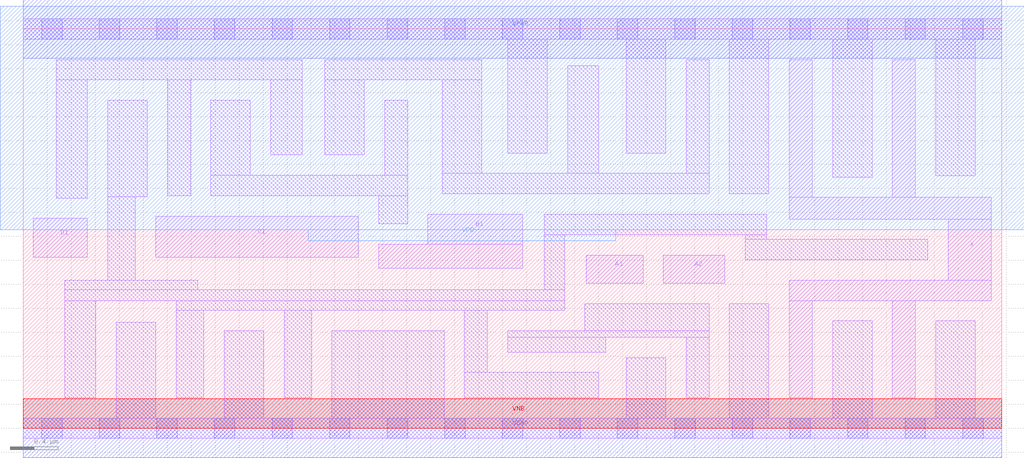
<source format=lef>
# Copyright 2020 The SkyWater PDK Authors
#
# Licensed under the Apache License, Version 2.0 (the "License");
# you may not use this file except in compliance with the License.
# You may obtain a copy of the License at
#
#     https://www.apache.org/licenses/LICENSE-2.0
#
# Unless required by applicable law or agreed to in writing, software
# distributed under the License is distributed on an "AS IS" BASIS,
# WITHOUT WARRANTIES OR CONDITIONS OF ANY KIND, either express or implied.
# See the License for the specific language governing permissions and
# limitations under the License.
#
# SPDX-License-Identifier: Apache-2.0

VERSION 5.7 ;
  NOWIREEXTENSIONATPIN ON ;
  DIVIDERCHAR "/" ;
  BUSBITCHARS "[]" ;
MACRO sky130_fd_sc_lp__a2111o_4
  CLASS CORE ;
  FOREIGN sky130_fd_sc_lp__a2111o_4 ;
  ORIGIN  0.000000  0.000000 ;
  SIZE  8.160000 BY  3.330000 ;
  SYMMETRY X Y R90 ;
  SITE unit ;
  PIN A1
    ANTENNAGATEAREA  0.630000 ;
    DIRECTION INPUT ;
    USE SIGNAL ;
    PORT
      LAYER li1 ;
        RECT 4.695000 1.210000 5.170000 1.445000 ;
    END
  END A1
  PIN A2
    ANTENNAGATEAREA  0.630000 ;
    DIRECTION INPUT ;
    USE SIGNAL ;
    PORT
      LAYER li1 ;
        RECT 5.340000 1.210000 5.850000 1.445000 ;
    END
  END A2
  PIN B1
    ANTENNAGATEAREA  0.630000 ;
    DIRECTION INPUT ;
    USE SIGNAL ;
    PORT
      LAYER li1 ;
        RECT 2.965000 1.335000 4.165000 1.535000 ;
        RECT 3.375000 1.535000 4.165000 1.785000 ;
    END
  END B1
  PIN C1
    ANTENNAGATEAREA  0.630000 ;
    DIRECTION INPUT ;
    USE SIGNAL ;
    PORT
      LAYER li1 ;
        RECT 1.105000 1.425000 2.795000 1.770000 ;
    END
  END C1
  PIN D1
    ANTENNAGATEAREA  0.630000 ;
    DIRECTION INPUT ;
    USE SIGNAL ;
    PORT
      LAYER li1 ;
        RECT 0.085000 1.425000 0.535000 1.750000 ;
    END
  END D1
  PIN X
    ANTENNADIFFAREA  1.176000 ;
    DIRECTION OUTPUT ;
    USE SIGNAL ;
    PORT
      LAYER li1 ;
        RECT 6.390000 0.255000 6.580000 1.065000 ;
        RECT 6.390000 1.065000 8.075000 1.235000 ;
        RECT 6.390000 1.745000 8.075000 1.925000 ;
        RECT 6.390000 1.925000 6.580000 3.075000 ;
        RECT 7.250000 0.255000 7.440000 1.065000 ;
        RECT 7.250000 1.925000 7.440000 3.075000 ;
        RECT 7.715000 1.235000 8.075000 1.745000 ;
    END
  END X
  PIN VGND
    DIRECTION INOUT ;
    USE GROUND ;
    PORT
      LAYER met1 ;
        RECT 0.000000 -0.245000 8.160000 0.245000 ;
    END
  END VGND
  PIN VNB
    DIRECTION INOUT ;
    USE GROUND ;
    PORT
      LAYER pwell ;
        RECT 0.000000 0.000000 8.160000 0.245000 ;
    END
  END VNB
  PIN VPB
    DIRECTION INOUT ;
    USE POWER ;
    PORT
      LAYER nwell ;
        RECT -0.190000 1.655000 8.350000 3.520000 ;
        RECT  2.375000 1.565000 4.940000 1.655000 ;
    END
  END VPB
  PIN VPWR
    DIRECTION INOUT ;
    USE POWER ;
    PORT
      LAYER met1 ;
        RECT 0.000000 3.085000 8.160000 3.575000 ;
    END
  END VPWR
  OBS
    LAYER li1 ;
      RECT 0.000000 -0.085000 8.160000 0.085000 ;
      RECT 0.000000  3.245000 8.160000 3.415000 ;
      RECT 0.275000  1.920000 0.535000 2.905000 ;
      RECT 0.275000  2.905000 2.325000 3.075000 ;
      RECT 0.345000  0.255000 0.605000 1.065000 ;
      RECT 0.345000  1.065000 4.515000 1.155000 ;
      RECT 0.345000  1.155000 1.455000 1.235000 ;
      RECT 0.705000  1.235000 0.935000 1.930000 ;
      RECT 0.705000  1.930000 1.035000 2.735000 ;
      RECT 0.775000  0.085000 1.105000 0.885000 ;
      RECT 1.205000  1.940000 1.395000 2.905000 ;
      RECT 1.275000  0.255000 1.505000 0.985000 ;
      RECT 1.275000  0.985000 4.515000 1.065000 ;
      RECT 1.565000  1.940000 3.205000 2.110000 ;
      RECT 1.565000  2.110000 1.895000 2.735000 ;
      RECT 1.675000  0.085000 2.005000 0.815000 ;
      RECT 2.065000  2.280000 2.325000 2.905000 ;
      RECT 2.175000  0.255000 2.405000 0.985000 ;
      RECT 2.515000  2.280000 2.845000 2.905000 ;
      RECT 2.515000  2.905000 3.825000 3.075000 ;
      RECT 2.575000  0.085000 3.510000 0.815000 ;
      RECT 2.965000  1.705000 3.205000 1.940000 ;
      RECT 3.015000  2.110000 3.205000 2.735000 ;
      RECT 3.495000  1.955000 5.720000 2.125000 ;
      RECT 3.495000  2.125000 3.825000 2.905000 ;
      RECT 3.680000  0.255000 4.800000 0.465000 ;
      RECT 3.680000  0.465000 3.870000 0.985000 ;
      RECT 4.040000  0.635000 4.860000 0.760000 ;
      RECT 4.040000  0.760000 5.720000 0.815000 ;
      RECT 4.040000  2.295000 4.370000 3.245000 ;
      RECT 4.345000  1.155000 4.515000 1.615000 ;
      RECT 4.345000  1.615000 6.200000 1.785000 ;
      RECT 4.540000  2.125000 4.800000 3.025000 ;
      RECT 4.685000  0.815000 5.720000 1.040000 ;
      RECT 5.030000  0.085000 5.360000 0.590000 ;
      RECT 5.030000  2.295000 5.360000 3.245000 ;
      RECT 5.530000  0.255000 5.720000 0.760000 ;
      RECT 5.530000  2.125000 5.720000 3.075000 ;
      RECT 5.890000  0.085000 6.220000 1.040000 ;
      RECT 5.890000  1.955000 6.220000 3.245000 ;
      RECT 6.020000  1.405000 7.545000 1.575000 ;
      RECT 6.020000  1.575000 6.200000 1.615000 ;
      RECT 6.750000  0.085000 7.080000 0.895000 ;
      RECT 6.750000  2.095000 7.080000 3.245000 ;
      RECT 7.610000  0.085000 7.940000 0.895000 ;
      RECT 7.610000  2.105000 7.940000 3.245000 ;
    LAYER mcon ;
      RECT 0.155000 -0.085000 0.325000 0.085000 ;
      RECT 0.155000  3.245000 0.325000 3.415000 ;
      RECT 0.635000 -0.085000 0.805000 0.085000 ;
      RECT 0.635000  3.245000 0.805000 3.415000 ;
      RECT 1.115000 -0.085000 1.285000 0.085000 ;
      RECT 1.115000  3.245000 1.285000 3.415000 ;
      RECT 1.595000 -0.085000 1.765000 0.085000 ;
      RECT 1.595000  3.245000 1.765000 3.415000 ;
      RECT 2.075000 -0.085000 2.245000 0.085000 ;
      RECT 2.075000  3.245000 2.245000 3.415000 ;
      RECT 2.555000 -0.085000 2.725000 0.085000 ;
      RECT 2.555000  3.245000 2.725000 3.415000 ;
      RECT 3.035000 -0.085000 3.205000 0.085000 ;
      RECT 3.035000  3.245000 3.205000 3.415000 ;
      RECT 3.515000 -0.085000 3.685000 0.085000 ;
      RECT 3.515000  3.245000 3.685000 3.415000 ;
      RECT 3.995000 -0.085000 4.165000 0.085000 ;
      RECT 3.995000  3.245000 4.165000 3.415000 ;
      RECT 4.475000 -0.085000 4.645000 0.085000 ;
      RECT 4.475000  3.245000 4.645000 3.415000 ;
      RECT 4.955000 -0.085000 5.125000 0.085000 ;
      RECT 4.955000  3.245000 5.125000 3.415000 ;
      RECT 5.435000 -0.085000 5.605000 0.085000 ;
      RECT 5.435000  3.245000 5.605000 3.415000 ;
      RECT 5.915000 -0.085000 6.085000 0.085000 ;
      RECT 5.915000  3.245000 6.085000 3.415000 ;
      RECT 6.395000 -0.085000 6.565000 0.085000 ;
      RECT 6.395000  3.245000 6.565000 3.415000 ;
      RECT 6.875000 -0.085000 7.045000 0.085000 ;
      RECT 6.875000  3.245000 7.045000 3.415000 ;
      RECT 7.355000 -0.085000 7.525000 0.085000 ;
      RECT 7.355000  3.245000 7.525000 3.415000 ;
      RECT 7.835000 -0.085000 8.005000 0.085000 ;
      RECT 7.835000  3.245000 8.005000 3.415000 ;
  END
END sky130_fd_sc_lp__a2111o_4
END LIBRARY

</source>
